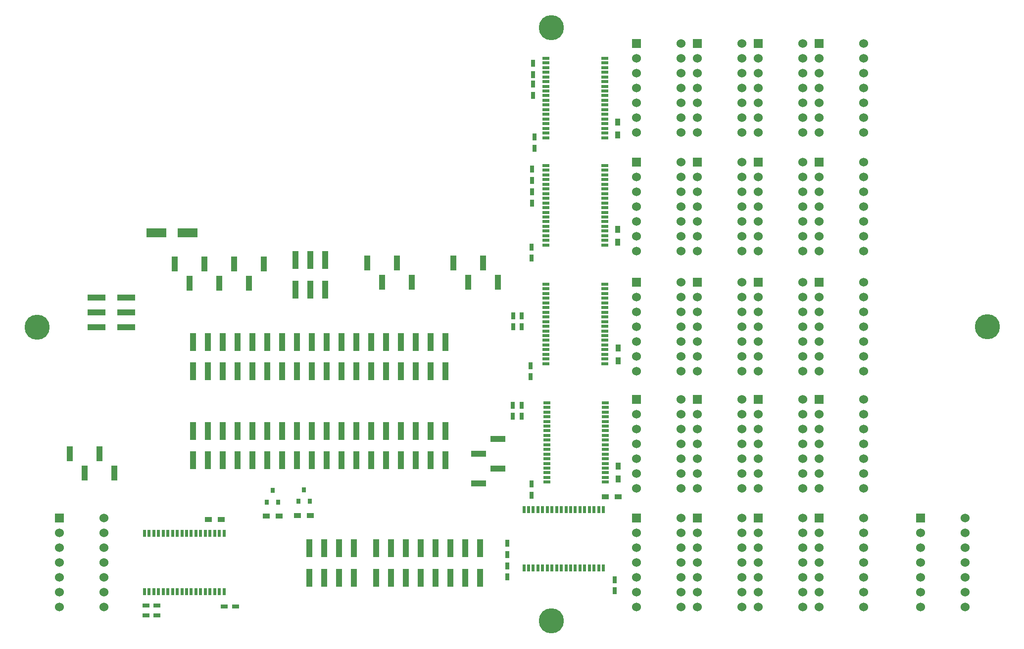
<source format=gbs>
G04 #@! TF.FileFunction,Soldermask,Bot*
%FSLAX46Y46*%
G04 Gerber Fmt 4.6, Leading zero omitted, Abs format (unit mm)*
G04 Created by KiCad (PCBNEW 4.0.7) date 01/05/18 00:11:09*
%MOMM*%
%LPD*%
G01*
G04 APERTURE LIST*
%ADD10C,0.100000*%
%ADD11R,1.000000X3.150000*%
%ADD12R,0.900000X1.200000*%
%ADD13C,4.300000*%
%ADD14R,1.524000X1.524000*%
%ADD15C,1.524000*%
%ADD16R,1.250000X0.600000*%
%ADD17R,0.600000X1.250000*%
%ADD18R,1.000000X2.510000*%
%ADD19R,3.150000X1.000000*%
%ADD20R,1.200000X0.900000*%
%ADD21R,3.500000X1.600000*%
%ADD22R,0.750000X1.200000*%
%ADD23R,1.200000X0.750000*%
%ADD24R,0.800000X0.900000*%
%ADD25R,2.510000X1.000000*%
G04 APERTURE END LIST*
D10*
D11*
X92869000Y-96992000D03*
X92869000Y-102042000D03*
X95409000Y-96992000D03*
X95409000Y-102042000D03*
X97949000Y-96992000D03*
X97949000Y-102042000D03*
X100489000Y-96992000D03*
X100489000Y-102042000D03*
X103029000Y-96992000D03*
X103029000Y-102042000D03*
X105569000Y-96992000D03*
X105569000Y-102042000D03*
X108109000Y-96992000D03*
X108109000Y-102042000D03*
X110649000Y-96992000D03*
X110649000Y-102042000D03*
X113189000Y-96992000D03*
X113189000Y-102042000D03*
X115729000Y-96992000D03*
X115729000Y-102042000D03*
X118269000Y-96992000D03*
X118269000Y-102042000D03*
X120809000Y-96992000D03*
X120809000Y-102042000D03*
X123349000Y-96992000D03*
X123349000Y-102042000D03*
X125889000Y-96992000D03*
X125889000Y-102042000D03*
X128429000Y-96992000D03*
X128429000Y-102042000D03*
X130969000Y-96992000D03*
X130969000Y-102042000D03*
X133509000Y-96992000D03*
X133509000Y-102042000D03*
X136049000Y-96992000D03*
X136049000Y-102042000D03*
D12*
X165500000Y-59300000D03*
X165500000Y-61500000D03*
D13*
X228759000Y-94371000D03*
X154220000Y-144790000D03*
D14*
X168787000Y-45847000D03*
D15*
X168787000Y-48387000D03*
X168787000Y-50927000D03*
X168787000Y-53467000D03*
X168787000Y-56007000D03*
X168787000Y-58547000D03*
X168787000Y-61087000D03*
X176407000Y-45847000D03*
X176407000Y-48387000D03*
X176407000Y-50927000D03*
X176407000Y-53467000D03*
X176407000Y-56007000D03*
X176407000Y-58547000D03*
X176407000Y-61087000D03*
D14*
X179201000Y-45847000D03*
D15*
X179201000Y-48387000D03*
X179201000Y-50927000D03*
X179201000Y-53467000D03*
X179201000Y-56007000D03*
X179201000Y-58547000D03*
X179201000Y-61087000D03*
X186821000Y-45847000D03*
X186821000Y-48387000D03*
X186821000Y-50927000D03*
X186821000Y-53467000D03*
X186821000Y-56007000D03*
X186821000Y-58547000D03*
X186821000Y-61087000D03*
D14*
X189615000Y-45847000D03*
D15*
X189615000Y-48387000D03*
X189615000Y-50927000D03*
X189615000Y-53467000D03*
X189615000Y-56007000D03*
X189615000Y-58547000D03*
X189615000Y-61087000D03*
X197235000Y-45847000D03*
X197235000Y-48387000D03*
X197235000Y-50927000D03*
X197235000Y-53467000D03*
X197235000Y-56007000D03*
X197235000Y-58547000D03*
X197235000Y-61087000D03*
D14*
X200029000Y-45847000D03*
D15*
X200029000Y-48387000D03*
X200029000Y-50927000D03*
X200029000Y-53467000D03*
X200029000Y-56007000D03*
X200029000Y-58547000D03*
X200029000Y-61087000D03*
X207649000Y-45847000D03*
X207649000Y-48387000D03*
X207649000Y-50927000D03*
X207649000Y-53467000D03*
X207649000Y-56007000D03*
X207649000Y-58547000D03*
X207649000Y-61087000D03*
D14*
X168787000Y-66167000D03*
D15*
X168787000Y-68707000D03*
X168787000Y-71247000D03*
X168787000Y-73787000D03*
X168787000Y-76327000D03*
X168787000Y-78867000D03*
X168787000Y-81407000D03*
X176407000Y-66167000D03*
X176407000Y-68707000D03*
X176407000Y-71247000D03*
X176407000Y-73787000D03*
X176407000Y-76327000D03*
X176407000Y-78867000D03*
X176407000Y-81407000D03*
D14*
X179201000Y-66167000D03*
D15*
X179201000Y-68707000D03*
X179201000Y-71247000D03*
X179201000Y-73787000D03*
X179201000Y-76327000D03*
X179201000Y-78867000D03*
X179201000Y-81407000D03*
X186821000Y-66167000D03*
X186821000Y-68707000D03*
X186821000Y-71247000D03*
X186821000Y-73787000D03*
X186821000Y-76327000D03*
X186821000Y-78867000D03*
X186821000Y-81407000D03*
D14*
X189615000Y-66167000D03*
D15*
X189615000Y-68707000D03*
X189615000Y-71247000D03*
X189615000Y-73787000D03*
X189615000Y-76327000D03*
X189615000Y-78867000D03*
X189615000Y-81407000D03*
X197235000Y-66167000D03*
X197235000Y-68707000D03*
X197235000Y-71247000D03*
X197235000Y-73787000D03*
X197235000Y-76327000D03*
X197235000Y-78867000D03*
X197235000Y-81407000D03*
D14*
X200029000Y-66167000D03*
D15*
X200029000Y-68707000D03*
X200029000Y-71247000D03*
X200029000Y-73787000D03*
X200029000Y-76327000D03*
X200029000Y-78867000D03*
X200029000Y-81407000D03*
X207649000Y-66167000D03*
X207649000Y-68707000D03*
X207649000Y-71247000D03*
X207649000Y-73787000D03*
X207649000Y-76327000D03*
X207649000Y-78867000D03*
X207649000Y-81407000D03*
D14*
X168787000Y-86741000D03*
D15*
X168787000Y-89281000D03*
X168787000Y-91821000D03*
X168787000Y-94361000D03*
X168787000Y-96901000D03*
X168787000Y-99441000D03*
X168787000Y-101981000D03*
X176407000Y-86741000D03*
X176407000Y-89281000D03*
X176407000Y-91821000D03*
X176407000Y-94361000D03*
X176407000Y-96901000D03*
X176407000Y-99441000D03*
X176407000Y-101981000D03*
D14*
X179201000Y-86741000D03*
D15*
X179201000Y-89281000D03*
X179201000Y-91821000D03*
X179201000Y-94361000D03*
X179201000Y-96901000D03*
X179201000Y-99441000D03*
X179201000Y-101981000D03*
X186821000Y-86741000D03*
X186821000Y-89281000D03*
X186821000Y-91821000D03*
X186821000Y-94361000D03*
X186821000Y-96901000D03*
X186821000Y-99441000D03*
X186821000Y-101981000D03*
D14*
X189615000Y-86741000D03*
D15*
X189615000Y-89281000D03*
X189615000Y-91821000D03*
X189615000Y-94361000D03*
X189615000Y-96901000D03*
X189615000Y-99441000D03*
X189615000Y-101981000D03*
X197235000Y-86741000D03*
X197235000Y-89281000D03*
X197235000Y-91821000D03*
X197235000Y-94361000D03*
X197235000Y-96901000D03*
X197235000Y-99441000D03*
X197235000Y-101981000D03*
D14*
X200029000Y-86741000D03*
D15*
X200029000Y-89281000D03*
X200029000Y-91821000D03*
X200029000Y-94361000D03*
X200029000Y-96901000D03*
X200029000Y-99441000D03*
X200029000Y-101981000D03*
X207649000Y-86741000D03*
X207649000Y-89281000D03*
X207649000Y-91821000D03*
X207649000Y-94361000D03*
X207649000Y-96901000D03*
X207649000Y-99441000D03*
X207649000Y-101981000D03*
D14*
X168787000Y-106807000D03*
D15*
X168787000Y-109347000D03*
X168787000Y-111887000D03*
X168787000Y-114427000D03*
X168787000Y-116967000D03*
X168787000Y-119507000D03*
X168787000Y-122047000D03*
X176407000Y-106807000D03*
X176407000Y-109347000D03*
X176407000Y-111887000D03*
X176407000Y-114427000D03*
X176407000Y-116967000D03*
X176407000Y-119507000D03*
X176407000Y-122047000D03*
D14*
X179201000Y-106807000D03*
D15*
X179201000Y-109347000D03*
X179201000Y-111887000D03*
X179201000Y-114427000D03*
X179201000Y-116967000D03*
X179201000Y-119507000D03*
X179201000Y-122047000D03*
X186821000Y-106807000D03*
X186821000Y-109347000D03*
X186821000Y-111887000D03*
X186821000Y-114427000D03*
X186821000Y-116967000D03*
X186821000Y-119507000D03*
X186821000Y-122047000D03*
D14*
X189615000Y-106807000D03*
D15*
X189615000Y-109347000D03*
X189615000Y-111887000D03*
X189615000Y-114427000D03*
X189615000Y-116967000D03*
X189615000Y-119507000D03*
X189615000Y-122047000D03*
X197235000Y-106807000D03*
X197235000Y-109347000D03*
X197235000Y-111887000D03*
X197235000Y-114427000D03*
X197235000Y-116967000D03*
X197235000Y-119507000D03*
X197235000Y-122047000D03*
D14*
X200029000Y-106807000D03*
D15*
X200029000Y-109347000D03*
X200029000Y-111887000D03*
X200029000Y-114427000D03*
X200029000Y-116967000D03*
X200029000Y-119507000D03*
X200029000Y-122047000D03*
X207649000Y-106807000D03*
X207649000Y-109347000D03*
X207649000Y-111887000D03*
X207649000Y-114427000D03*
X207649000Y-116967000D03*
X207649000Y-119507000D03*
X207649000Y-122047000D03*
D14*
X168787000Y-127127000D03*
D15*
X168787000Y-129667000D03*
X168787000Y-132207000D03*
X168787000Y-134747000D03*
X168787000Y-137287000D03*
X168787000Y-139827000D03*
X168787000Y-142367000D03*
X176407000Y-127127000D03*
X176407000Y-129667000D03*
X176407000Y-132207000D03*
X176407000Y-134747000D03*
X176407000Y-137287000D03*
X176407000Y-139827000D03*
X176407000Y-142367000D03*
D14*
X179201000Y-127127000D03*
D15*
X179201000Y-129667000D03*
X179201000Y-132207000D03*
X179201000Y-134747000D03*
X179201000Y-137287000D03*
X179201000Y-139827000D03*
X179201000Y-142367000D03*
X186821000Y-127127000D03*
X186821000Y-129667000D03*
X186821000Y-132207000D03*
X186821000Y-134747000D03*
X186821000Y-137287000D03*
X186821000Y-139827000D03*
X186821000Y-142367000D03*
D14*
X189615000Y-127127000D03*
D15*
X189615000Y-129667000D03*
X189615000Y-132207000D03*
X189615000Y-134747000D03*
X189615000Y-137287000D03*
X189615000Y-139827000D03*
X189615000Y-142367000D03*
X197235000Y-127127000D03*
X197235000Y-129667000D03*
X197235000Y-132207000D03*
X197235000Y-134747000D03*
X197235000Y-137287000D03*
X197235000Y-139827000D03*
X197235000Y-142367000D03*
D14*
X200029000Y-127127000D03*
D15*
X200029000Y-129667000D03*
X200029000Y-132207000D03*
X200029000Y-134747000D03*
X200029000Y-137287000D03*
X200029000Y-139827000D03*
X200029000Y-142367000D03*
X207649000Y-127127000D03*
X207649000Y-129667000D03*
X207649000Y-132207000D03*
X207649000Y-134747000D03*
X207649000Y-137287000D03*
X207649000Y-139827000D03*
X207649000Y-142367000D03*
D14*
X70009000Y-127127000D03*
D15*
X70009000Y-129667000D03*
X70009000Y-132207000D03*
X70009000Y-134747000D03*
X70009000Y-137287000D03*
X70009000Y-139827000D03*
X70009000Y-142367000D03*
X77629000Y-127127000D03*
X77629000Y-129667000D03*
X77629000Y-132207000D03*
X77629000Y-134747000D03*
X77629000Y-137287000D03*
X77629000Y-139827000D03*
X77629000Y-142367000D03*
D14*
X217329000Y-127127000D03*
D15*
X217329000Y-129667000D03*
X217329000Y-132207000D03*
X217329000Y-134747000D03*
X217329000Y-137287000D03*
X217329000Y-139827000D03*
X217329000Y-142367000D03*
X224949000Y-127127000D03*
X224949000Y-129667000D03*
X224949000Y-132207000D03*
X224949000Y-134747000D03*
X224949000Y-137287000D03*
X224949000Y-139827000D03*
X224949000Y-142367000D03*
D16*
X163299000Y-62001000D03*
X163299000Y-61201000D03*
X163299000Y-60401000D03*
X163299000Y-59601000D03*
X163299000Y-58801000D03*
X163299000Y-58001000D03*
X163299000Y-57201000D03*
X163299000Y-56401000D03*
X163299000Y-55601000D03*
X163299000Y-54801000D03*
X163299000Y-54001000D03*
X163299000Y-53201000D03*
X163299000Y-52401000D03*
X163299000Y-51601000D03*
X163299000Y-50801000D03*
X163299000Y-50001000D03*
X163299000Y-49201000D03*
X163299000Y-48401000D03*
X163299000Y-48401000D03*
X163299000Y-49201000D03*
X163299000Y-50001000D03*
X163299000Y-50801000D03*
X163299000Y-51601000D03*
X163299000Y-52401000D03*
X163299000Y-53201000D03*
X163299000Y-54001000D03*
X163299000Y-54801000D03*
X163299000Y-55601000D03*
X163299000Y-56401000D03*
X163299000Y-57201000D03*
X163299000Y-58001000D03*
X163299000Y-58801000D03*
X163299000Y-59601000D03*
X163299000Y-60401000D03*
X163299000Y-61201000D03*
X163299000Y-62001000D03*
X163299000Y-62001000D03*
X163299000Y-61201000D03*
X163299000Y-60401000D03*
X163299000Y-59601000D03*
X163299000Y-58801000D03*
X163299000Y-58001000D03*
X163299000Y-57201000D03*
X163299000Y-56401000D03*
X163299000Y-55601000D03*
X163299000Y-54801000D03*
X163299000Y-54001000D03*
X163299000Y-53201000D03*
X163299000Y-52401000D03*
X163299000Y-51601000D03*
X163299000Y-50801000D03*
X163299000Y-50001000D03*
X163299000Y-49201000D03*
X163299000Y-48401000D03*
X163299000Y-48401000D03*
X163299000Y-49201000D03*
X163299000Y-50001000D03*
X163299000Y-50801000D03*
X163299000Y-51601000D03*
X163299000Y-52401000D03*
X163299000Y-53201000D03*
X163299000Y-54001000D03*
X163299000Y-54801000D03*
X163299000Y-55601000D03*
X163299000Y-56401000D03*
X163299000Y-57201000D03*
X163299000Y-58001000D03*
X163299000Y-58801000D03*
X163299000Y-59601000D03*
X163299000Y-60401000D03*
X163299000Y-61201000D03*
X163299000Y-62001000D03*
X163299000Y-62001000D03*
X163299000Y-61201000D03*
X163299000Y-60401000D03*
X163299000Y-59601000D03*
X163299000Y-58801000D03*
X163299000Y-58001000D03*
X163299000Y-57201000D03*
X163299000Y-56401000D03*
X163299000Y-55601000D03*
X163299000Y-54801000D03*
X163299000Y-54001000D03*
X163299000Y-53201000D03*
X163299000Y-52401000D03*
X163299000Y-51601000D03*
X163299000Y-50801000D03*
X163299000Y-50001000D03*
X163299000Y-49201000D03*
X163299000Y-48401000D03*
X163299000Y-48401000D03*
X163299000Y-49201000D03*
X163299000Y-50001000D03*
X163299000Y-50801000D03*
X163299000Y-51601000D03*
X163299000Y-52401000D03*
X163299000Y-53201000D03*
X163299000Y-54001000D03*
X163299000Y-54801000D03*
X163299000Y-55601000D03*
X163299000Y-56401000D03*
X163299000Y-57201000D03*
X163299000Y-58001000D03*
X163299000Y-58801000D03*
X163299000Y-59601000D03*
X163299000Y-60401000D03*
X163299000Y-61201000D03*
X163299000Y-62001000D03*
X163299000Y-62001000D03*
X163299000Y-61201000D03*
X163299000Y-60401000D03*
X163299000Y-59601000D03*
X163299000Y-58801000D03*
X163299000Y-58001000D03*
X163299000Y-57201000D03*
X163299000Y-56401000D03*
X163299000Y-55601000D03*
X163299000Y-54801000D03*
X163299000Y-54001000D03*
X163299000Y-53201000D03*
X163299000Y-52401000D03*
X163299000Y-51601000D03*
X163299000Y-50801000D03*
X163299000Y-50001000D03*
X163299000Y-49201000D03*
X163299000Y-48401000D03*
X163299000Y-48401000D03*
X163299000Y-49201000D03*
X163299000Y-50001000D03*
X163299000Y-50801000D03*
X163299000Y-51601000D03*
X163299000Y-52401000D03*
X163299000Y-53201000D03*
X163299000Y-54001000D03*
X163299000Y-54801000D03*
X163299000Y-55601000D03*
X163299000Y-56401000D03*
X163299000Y-57201000D03*
X163299000Y-58001000D03*
X163299000Y-58801000D03*
X163299000Y-59601000D03*
X163299000Y-60401000D03*
X163299000Y-61201000D03*
X163299000Y-62001000D03*
X153299000Y-62001000D03*
X153299000Y-61201000D03*
X153299000Y-60401000D03*
X153299000Y-59601000D03*
X153299000Y-58801000D03*
X153299000Y-58001000D03*
X153299000Y-57201000D03*
X153299000Y-56401000D03*
X153299000Y-55601000D03*
X153299000Y-54801000D03*
X153299000Y-54001000D03*
X153299000Y-53201000D03*
X153299000Y-52401000D03*
X153299000Y-51601000D03*
X153299000Y-50801000D03*
X153299000Y-50001000D03*
X153299000Y-49201000D03*
X153299000Y-48401000D03*
X163299000Y-80387000D03*
X163299000Y-79587000D03*
X163299000Y-78787000D03*
X163299000Y-77987000D03*
X163299000Y-77187000D03*
X163299000Y-76387000D03*
X163299000Y-75587000D03*
X163299000Y-74787000D03*
X163299000Y-73987000D03*
X163299000Y-73187000D03*
X163299000Y-72387000D03*
X163299000Y-71587000D03*
X163299000Y-70787000D03*
X163299000Y-69987000D03*
X163299000Y-69187000D03*
X163299000Y-68387000D03*
X163299000Y-67587000D03*
X163299000Y-66787000D03*
X163299000Y-66787000D03*
X163299000Y-67587000D03*
X163299000Y-68387000D03*
X163299000Y-69187000D03*
X163299000Y-69987000D03*
X163299000Y-70787000D03*
X163299000Y-71587000D03*
X163299000Y-72387000D03*
X163299000Y-73187000D03*
X163299000Y-73987000D03*
X163299000Y-74787000D03*
X163299000Y-75587000D03*
X163299000Y-76387000D03*
X163299000Y-77187000D03*
X163299000Y-77987000D03*
X163299000Y-78787000D03*
X163299000Y-79587000D03*
X163299000Y-80387000D03*
X163299000Y-80387000D03*
X163299000Y-79587000D03*
X163299000Y-78787000D03*
X163299000Y-77987000D03*
X163299000Y-77187000D03*
X163299000Y-76387000D03*
X163299000Y-75587000D03*
X163299000Y-74787000D03*
X163299000Y-73987000D03*
X163299000Y-73187000D03*
X163299000Y-72387000D03*
X163299000Y-71587000D03*
X163299000Y-70787000D03*
X163299000Y-69987000D03*
X163299000Y-69187000D03*
X163299000Y-68387000D03*
X163299000Y-67587000D03*
X163299000Y-66787000D03*
X163299000Y-66787000D03*
X163299000Y-67587000D03*
X163299000Y-68387000D03*
X163299000Y-69187000D03*
X163299000Y-69987000D03*
X163299000Y-70787000D03*
X163299000Y-71587000D03*
X163299000Y-72387000D03*
X163299000Y-73187000D03*
X163299000Y-73987000D03*
X163299000Y-74787000D03*
X163299000Y-75587000D03*
X163299000Y-76387000D03*
X163299000Y-77187000D03*
X163299000Y-77987000D03*
X163299000Y-78787000D03*
X163299000Y-79587000D03*
X163299000Y-80387000D03*
X163299000Y-80387000D03*
X163299000Y-79587000D03*
X163299000Y-78787000D03*
X163299000Y-77987000D03*
X163299000Y-77187000D03*
X163299000Y-76387000D03*
X163299000Y-75587000D03*
X163299000Y-74787000D03*
X163299000Y-73987000D03*
X163299000Y-73187000D03*
X163299000Y-72387000D03*
X163299000Y-71587000D03*
X163299000Y-70787000D03*
X163299000Y-69987000D03*
X163299000Y-69187000D03*
X163299000Y-68387000D03*
X163299000Y-67587000D03*
X163299000Y-66787000D03*
X163299000Y-66787000D03*
X163299000Y-67587000D03*
X163299000Y-68387000D03*
X163299000Y-69187000D03*
X163299000Y-69987000D03*
X163299000Y-70787000D03*
X163299000Y-71587000D03*
X163299000Y-72387000D03*
X163299000Y-73187000D03*
X163299000Y-73987000D03*
X163299000Y-74787000D03*
X163299000Y-75587000D03*
X163299000Y-76387000D03*
X163299000Y-77187000D03*
X163299000Y-77987000D03*
X163299000Y-78787000D03*
X163299000Y-79587000D03*
X163299000Y-80387000D03*
X163299000Y-80387000D03*
X163299000Y-79587000D03*
X163299000Y-78787000D03*
X163299000Y-77987000D03*
X163299000Y-77187000D03*
X163299000Y-76387000D03*
X163299000Y-75587000D03*
X163299000Y-74787000D03*
X163299000Y-73987000D03*
X163299000Y-73187000D03*
X163299000Y-72387000D03*
X163299000Y-71587000D03*
X163299000Y-70787000D03*
X163299000Y-69987000D03*
X163299000Y-69187000D03*
X163299000Y-68387000D03*
X163299000Y-67587000D03*
X163299000Y-66787000D03*
X163299000Y-66787000D03*
X163299000Y-67587000D03*
X163299000Y-68387000D03*
X163299000Y-69187000D03*
X163299000Y-69987000D03*
X163299000Y-70787000D03*
X163299000Y-71587000D03*
X163299000Y-72387000D03*
X163299000Y-73187000D03*
X163299000Y-73987000D03*
X163299000Y-74787000D03*
X163299000Y-75587000D03*
X163299000Y-76387000D03*
X163299000Y-77187000D03*
X163299000Y-77987000D03*
X163299000Y-78787000D03*
X163299000Y-79587000D03*
X163299000Y-80387000D03*
X153299000Y-80387000D03*
X153299000Y-79587000D03*
X153299000Y-78787000D03*
X153299000Y-77987000D03*
X153299000Y-77187000D03*
X153299000Y-76387000D03*
X153299000Y-75587000D03*
X153299000Y-74787000D03*
X153299000Y-73987000D03*
X153299000Y-73187000D03*
X153299000Y-72387000D03*
X153299000Y-71587000D03*
X153299000Y-70787000D03*
X153299000Y-69987000D03*
X153299000Y-69187000D03*
X153299000Y-68387000D03*
X153299000Y-67587000D03*
X153299000Y-66787000D03*
X163299000Y-100707000D03*
X163299000Y-99907000D03*
X163299000Y-99107000D03*
X163299000Y-98307000D03*
X163299000Y-97507000D03*
X163299000Y-96707000D03*
X163299000Y-95907000D03*
X163299000Y-95107000D03*
X163299000Y-94307000D03*
X163299000Y-93507000D03*
X163299000Y-92707000D03*
X163299000Y-91907000D03*
X163299000Y-91107000D03*
X163299000Y-90307000D03*
X163299000Y-89507000D03*
X163299000Y-88707000D03*
X163299000Y-87907000D03*
X163299000Y-87107000D03*
X163299000Y-87107000D03*
X163299000Y-87907000D03*
X163299000Y-88707000D03*
X163299000Y-89507000D03*
X163299000Y-90307000D03*
X163299000Y-91107000D03*
X163299000Y-91907000D03*
X163299000Y-92707000D03*
X163299000Y-93507000D03*
X163299000Y-94307000D03*
X163299000Y-95107000D03*
X163299000Y-95907000D03*
X163299000Y-96707000D03*
X163299000Y-97507000D03*
X163299000Y-98307000D03*
X163299000Y-99107000D03*
X163299000Y-99907000D03*
X163299000Y-100707000D03*
X163299000Y-100707000D03*
X163299000Y-99907000D03*
X163299000Y-99107000D03*
X163299000Y-98307000D03*
X163299000Y-97507000D03*
X163299000Y-96707000D03*
X163299000Y-95907000D03*
X163299000Y-95107000D03*
X163299000Y-94307000D03*
X163299000Y-93507000D03*
X163299000Y-92707000D03*
X163299000Y-91907000D03*
X163299000Y-91107000D03*
X163299000Y-90307000D03*
X163299000Y-89507000D03*
X163299000Y-88707000D03*
X163299000Y-87907000D03*
X163299000Y-87107000D03*
X163299000Y-87107000D03*
X163299000Y-87907000D03*
X163299000Y-88707000D03*
X163299000Y-89507000D03*
X163299000Y-90307000D03*
X163299000Y-91107000D03*
X163299000Y-91907000D03*
X163299000Y-92707000D03*
X163299000Y-93507000D03*
X163299000Y-94307000D03*
X163299000Y-95107000D03*
X163299000Y-95907000D03*
X163299000Y-96707000D03*
X163299000Y-97507000D03*
X163299000Y-98307000D03*
X163299000Y-99107000D03*
X163299000Y-99907000D03*
X163299000Y-100707000D03*
X163299000Y-100707000D03*
X163299000Y-99907000D03*
X163299000Y-99107000D03*
X163299000Y-98307000D03*
X163299000Y-97507000D03*
X163299000Y-96707000D03*
X163299000Y-95907000D03*
X163299000Y-95107000D03*
X163299000Y-94307000D03*
X163299000Y-93507000D03*
X163299000Y-92707000D03*
X163299000Y-91907000D03*
X163299000Y-91107000D03*
X163299000Y-90307000D03*
X163299000Y-89507000D03*
X163299000Y-88707000D03*
X163299000Y-87907000D03*
X163299000Y-87107000D03*
X163299000Y-87107000D03*
X163299000Y-87907000D03*
X163299000Y-88707000D03*
X163299000Y-89507000D03*
X163299000Y-90307000D03*
X163299000Y-91107000D03*
X163299000Y-91907000D03*
X163299000Y-92707000D03*
X163299000Y-93507000D03*
X163299000Y-94307000D03*
X163299000Y-95107000D03*
X163299000Y-95907000D03*
X163299000Y-96707000D03*
X163299000Y-97507000D03*
X163299000Y-98307000D03*
X163299000Y-99107000D03*
X163299000Y-99907000D03*
X163299000Y-100707000D03*
X163299000Y-100707000D03*
X163299000Y-99907000D03*
X163299000Y-99107000D03*
X163299000Y-98307000D03*
X163299000Y-97507000D03*
X163299000Y-96707000D03*
X163299000Y-95907000D03*
X163299000Y-95107000D03*
X163299000Y-94307000D03*
X163299000Y-93507000D03*
X163299000Y-92707000D03*
X163299000Y-91907000D03*
X163299000Y-91107000D03*
X163299000Y-90307000D03*
X163299000Y-89507000D03*
X163299000Y-88707000D03*
X163299000Y-87907000D03*
X163299000Y-87107000D03*
X163299000Y-87107000D03*
X163299000Y-87907000D03*
X163299000Y-88707000D03*
X163299000Y-89507000D03*
X163299000Y-90307000D03*
X163299000Y-91107000D03*
X163299000Y-91907000D03*
X163299000Y-92707000D03*
X163299000Y-93507000D03*
X163299000Y-94307000D03*
X163299000Y-95107000D03*
X163299000Y-95907000D03*
X163299000Y-96707000D03*
X163299000Y-97507000D03*
X163299000Y-98307000D03*
X163299000Y-99107000D03*
X163299000Y-99907000D03*
X163299000Y-100707000D03*
X153299000Y-100707000D03*
X153299000Y-99907000D03*
X153299000Y-99107000D03*
X153299000Y-98307000D03*
X153299000Y-97507000D03*
X153299000Y-96707000D03*
X153299000Y-95907000D03*
X153299000Y-95107000D03*
X153299000Y-94307000D03*
X153299000Y-93507000D03*
X153299000Y-92707000D03*
X153299000Y-91907000D03*
X153299000Y-91107000D03*
X153299000Y-90307000D03*
X153299000Y-89507000D03*
X153299000Y-88707000D03*
X153299000Y-87907000D03*
X153299000Y-87107000D03*
X163400000Y-121000000D03*
X163400000Y-120200000D03*
X163400000Y-119400000D03*
X163400000Y-118600000D03*
X163400000Y-117800000D03*
X163400000Y-117000000D03*
X163400000Y-116200000D03*
X163400000Y-115400000D03*
X163400000Y-114600000D03*
X163400000Y-113800000D03*
X163400000Y-113000000D03*
X163400000Y-112200000D03*
X163400000Y-111400000D03*
X163400000Y-110600000D03*
X163400000Y-109800000D03*
X163400000Y-109000000D03*
X163400000Y-108200000D03*
X163400000Y-107400000D03*
X163400000Y-107400000D03*
X163400000Y-108200000D03*
X163400000Y-109000000D03*
X163400000Y-109800000D03*
X163400000Y-110600000D03*
X163400000Y-111400000D03*
X163400000Y-112200000D03*
X163400000Y-113000000D03*
X163400000Y-113800000D03*
X163400000Y-114600000D03*
X163400000Y-115400000D03*
X163400000Y-116200000D03*
X163400000Y-117000000D03*
X163400000Y-117800000D03*
X163400000Y-118600000D03*
X163400000Y-119400000D03*
X163400000Y-120200000D03*
X163400000Y-121000000D03*
X163400000Y-121000000D03*
X163400000Y-120200000D03*
X163400000Y-119400000D03*
X163400000Y-118600000D03*
X163400000Y-117800000D03*
X163400000Y-117000000D03*
X163400000Y-116200000D03*
X163400000Y-115400000D03*
X163400000Y-114600000D03*
X163400000Y-113800000D03*
X163400000Y-113000000D03*
X163400000Y-112200000D03*
X163400000Y-111400000D03*
X163400000Y-110600000D03*
X163400000Y-109800000D03*
X163400000Y-109000000D03*
X163400000Y-108200000D03*
X163400000Y-107400000D03*
X163400000Y-107400000D03*
X163400000Y-108200000D03*
X163400000Y-109000000D03*
X163400000Y-109800000D03*
X163400000Y-110600000D03*
X163400000Y-111400000D03*
X163400000Y-112200000D03*
X163400000Y-113000000D03*
X163400000Y-113800000D03*
X163400000Y-114600000D03*
X163400000Y-115400000D03*
X163400000Y-116200000D03*
X163400000Y-117000000D03*
X163400000Y-117800000D03*
X163400000Y-118600000D03*
X163400000Y-119400000D03*
X163400000Y-120200000D03*
X163400000Y-121000000D03*
X163400000Y-121000000D03*
X163400000Y-120200000D03*
X163400000Y-119400000D03*
X163400000Y-118600000D03*
X163400000Y-117800000D03*
X163400000Y-117000000D03*
X163400000Y-116200000D03*
X163400000Y-115400000D03*
X163400000Y-114600000D03*
X163400000Y-113800000D03*
X163400000Y-113000000D03*
X163400000Y-112200000D03*
X163400000Y-111400000D03*
X163400000Y-110600000D03*
X163400000Y-109800000D03*
X163400000Y-109000000D03*
X163400000Y-108200000D03*
X163400000Y-107400000D03*
X163400000Y-107400000D03*
X163400000Y-108200000D03*
X163400000Y-109000000D03*
X163400000Y-109800000D03*
X163400000Y-110600000D03*
X163400000Y-111400000D03*
X163400000Y-112200000D03*
X163400000Y-113000000D03*
X163400000Y-113800000D03*
X163400000Y-114600000D03*
X163400000Y-115400000D03*
X163400000Y-116200000D03*
X163400000Y-117000000D03*
X163400000Y-117800000D03*
X163400000Y-118600000D03*
X163400000Y-119400000D03*
X163400000Y-120200000D03*
X163400000Y-121000000D03*
X163400000Y-121000000D03*
X163400000Y-120200000D03*
X163400000Y-119400000D03*
X163400000Y-118600000D03*
X163400000Y-117800000D03*
X163400000Y-117000000D03*
X163400000Y-116200000D03*
X163400000Y-115400000D03*
X163400000Y-114600000D03*
X163400000Y-113800000D03*
X163400000Y-113000000D03*
X163400000Y-112200000D03*
X163400000Y-111400000D03*
X163400000Y-110600000D03*
X163400000Y-109800000D03*
X163400000Y-109000000D03*
X163400000Y-108200000D03*
X163400000Y-107400000D03*
X163400000Y-107400000D03*
X163400000Y-108200000D03*
X163400000Y-109000000D03*
X163400000Y-109800000D03*
X163400000Y-110600000D03*
X163400000Y-111400000D03*
X163400000Y-112200000D03*
X163400000Y-113000000D03*
X163400000Y-113800000D03*
X163400000Y-114600000D03*
X163400000Y-115400000D03*
X163400000Y-116200000D03*
X163400000Y-117000000D03*
X163400000Y-117800000D03*
X163400000Y-118600000D03*
X163400000Y-119400000D03*
X163400000Y-120200000D03*
X163400000Y-121000000D03*
X153400000Y-121000000D03*
X153400000Y-120200000D03*
X153400000Y-119400000D03*
X153400000Y-118600000D03*
X153400000Y-117800000D03*
X153400000Y-117000000D03*
X153400000Y-116200000D03*
X153400000Y-115400000D03*
X153400000Y-114600000D03*
X153400000Y-113800000D03*
X153400000Y-113000000D03*
X153400000Y-112200000D03*
X153400000Y-111400000D03*
X153400000Y-110600000D03*
X153400000Y-109800000D03*
X153400000Y-109000000D03*
X153400000Y-108200000D03*
X153400000Y-107400000D03*
D17*
X163100000Y-125700000D03*
X162300000Y-125700000D03*
X161500000Y-125700000D03*
X160700000Y-125700000D03*
X159900000Y-125700000D03*
X159100000Y-125700000D03*
X158300000Y-125700000D03*
X157500000Y-125700000D03*
X156700000Y-125700000D03*
X155900000Y-125700000D03*
X155100000Y-125700000D03*
X154300000Y-125700000D03*
X153500000Y-125700000D03*
X152700000Y-125700000D03*
X151900000Y-125700000D03*
X151100000Y-125700000D03*
X150300000Y-125700000D03*
X149500000Y-125700000D03*
X149500000Y-125700000D03*
X150300000Y-125700000D03*
X151100000Y-125700000D03*
X151900000Y-125700000D03*
X152700000Y-125700000D03*
X153500000Y-125700000D03*
X154300000Y-125700000D03*
X155100000Y-125700000D03*
X155900000Y-125700000D03*
X156700000Y-125700000D03*
X157500000Y-125700000D03*
X158300000Y-125700000D03*
X159100000Y-125700000D03*
X159900000Y-125700000D03*
X160700000Y-125700000D03*
X161500000Y-125700000D03*
X162300000Y-125700000D03*
X163100000Y-125700000D03*
X163100000Y-125700000D03*
X162300000Y-125700000D03*
X161500000Y-125700000D03*
X160700000Y-125700000D03*
X159900000Y-125700000D03*
X159100000Y-125700000D03*
X158300000Y-125700000D03*
X157500000Y-125700000D03*
X156700000Y-125700000D03*
X155900000Y-125700000D03*
X155100000Y-125700000D03*
X154300000Y-125700000D03*
X153500000Y-125700000D03*
X152700000Y-125700000D03*
X151900000Y-125700000D03*
X151100000Y-125700000D03*
X150300000Y-125700000D03*
X149500000Y-125700000D03*
X149500000Y-125700000D03*
X150300000Y-125700000D03*
X151100000Y-125700000D03*
X151900000Y-125700000D03*
X152700000Y-125700000D03*
X153500000Y-125700000D03*
X154300000Y-125700000D03*
X155100000Y-125700000D03*
X155900000Y-125700000D03*
X156700000Y-125700000D03*
X157500000Y-125700000D03*
X158300000Y-125700000D03*
X159100000Y-125700000D03*
X159900000Y-125700000D03*
X160700000Y-125700000D03*
X161500000Y-125700000D03*
X162300000Y-125700000D03*
X163100000Y-125700000D03*
X163100000Y-125700000D03*
X162300000Y-125700000D03*
X161500000Y-125700000D03*
X160700000Y-125700000D03*
X159900000Y-125700000D03*
X159100000Y-125700000D03*
X158300000Y-125700000D03*
X157500000Y-125700000D03*
X156700000Y-125700000D03*
X155900000Y-125700000D03*
X155100000Y-125700000D03*
X154300000Y-125700000D03*
X153500000Y-125700000D03*
X152700000Y-125700000D03*
X151900000Y-125700000D03*
X151100000Y-125700000D03*
X150300000Y-125700000D03*
X149500000Y-125700000D03*
X149500000Y-125700000D03*
X150300000Y-125700000D03*
X151100000Y-125700000D03*
X151900000Y-125700000D03*
X152700000Y-125700000D03*
X153500000Y-125700000D03*
X154300000Y-125700000D03*
X155100000Y-125700000D03*
X155900000Y-125700000D03*
X156700000Y-125700000D03*
X157500000Y-125700000D03*
X158300000Y-125700000D03*
X159100000Y-125700000D03*
X159900000Y-125700000D03*
X160700000Y-125700000D03*
X161500000Y-125700000D03*
X162300000Y-125700000D03*
X163100000Y-125700000D03*
X163100000Y-125700000D03*
X162300000Y-125700000D03*
X161500000Y-125700000D03*
X160700000Y-125700000D03*
X159900000Y-125700000D03*
X159100000Y-125700000D03*
X158300000Y-125700000D03*
X157500000Y-125700000D03*
X156700000Y-125700000D03*
X155900000Y-125700000D03*
X155100000Y-125700000D03*
X154300000Y-125700000D03*
X153500000Y-125700000D03*
X152700000Y-125700000D03*
X151900000Y-125700000D03*
X151100000Y-125700000D03*
X150300000Y-125700000D03*
X149500000Y-125700000D03*
X149500000Y-125700000D03*
X150300000Y-125700000D03*
X151100000Y-125700000D03*
X151900000Y-125700000D03*
X152700000Y-125700000D03*
X153500000Y-125700000D03*
X154300000Y-125700000D03*
X155100000Y-125700000D03*
X155900000Y-125700000D03*
X156700000Y-125700000D03*
X157500000Y-125700000D03*
X158300000Y-125700000D03*
X159100000Y-125700000D03*
X159900000Y-125700000D03*
X160700000Y-125700000D03*
X161500000Y-125700000D03*
X162300000Y-125700000D03*
X163100000Y-125700000D03*
X163100000Y-135700000D03*
X162300000Y-135700000D03*
X161500000Y-135700000D03*
X160700000Y-135700000D03*
X159900000Y-135700000D03*
X159100000Y-135700000D03*
X158300000Y-135700000D03*
X157500000Y-135700000D03*
X156700000Y-135700000D03*
X155900000Y-135700000D03*
X155100000Y-135700000D03*
X154300000Y-135700000D03*
X153500000Y-135700000D03*
X152700000Y-135700000D03*
X151900000Y-135700000D03*
X151100000Y-135700000D03*
X150300000Y-135700000D03*
X149500000Y-135700000D03*
X98200000Y-129800000D03*
X97400000Y-129800000D03*
X96600000Y-129800000D03*
X95800000Y-129800000D03*
X95000000Y-129800000D03*
X94200000Y-129800000D03*
X93400000Y-129800000D03*
X92600000Y-129800000D03*
X91800000Y-129800000D03*
X91000000Y-129800000D03*
X90200000Y-129800000D03*
X89400000Y-129800000D03*
X88600000Y-129800000D03*
X87800000Y-129800000D03*
X87000000Y-129800000D03*
X86200000Y-129800000D03*
X85400000Y-129800000D03*
X84600000Y-129800000D03*
X84600000Y-129800000D03*
X85400000Y-129800000D03*
X86200000Y-129800000D03*
X87000000Y-129800000D03*
X87800000Y-129800000D03*
X88600000Y-129800000D03*
X89400000Y-129800000D03*
X90200000Y-129800000D03*
X91000000Y-129800000D03*
X91800000Y-129800000D03*
X92600000Y-129800000D03*
X93400000Y-129800000D03*
X94200000Y-129800000D03*
X95000000Y-129800000D03*
X95800000Y-129800000D03*
X96600000Y-129800000D03*
X97400000Y-129800000D03*
X98200000Y-129800000D03*
X98200000Y-129800000D03*
X97400000Y-129800000D03*
X96600000Y-129800000D03*
X95800000Y-129800000D03*
X95000000Y-129800000D03*
X94200000Y-129800000D03*
X93400000Y-129800000D03*
X92600000Y-129800000D03*
X91800000Y-129800000D03*
X91000000Y-129800000D03*
X90200000Y-129800000D03*
X89400000Y-129800000D03*
X88600000Y-129800000D03*
X87800000Y-129800000D03*
X87000000Y-129800000D03*
X86200000Y-129800000D03*
X85400000Y-129800000D03*
X84600000Y-129800000D03*
X84600000Y-129800000D03*
X85400000Y-129800000D03*
X86200000Y-129800000D03*
X87000000Y-129800000D03*
X87800000Y-129800000D03*
X88600000Y-129800000D03*
X89400000Y-129800000D03*
X90200000Y-129800000D03*
X91000000Y-129800000D03*
X91800000Y-129800000D03*
X92600000Y-129800000D03*
X93400000Y-129800000D03*
X94200000Y-129800000D03*
X95000000Y-129800000D03*
X95800000Y-129800000D03*
X96600000Y-129800000D03*
X97400000Y-129800000D03*
X98200000Y-129800000D03*
X98200000Y-129800000D03*
X97400000Y-129800000D03*
X96600000Y-129800000D03*
X95800000Y-129800000D03*
X95000000Y-129800000D03*
X94200000Y-129800000D03*
X93400000Y-129800000D03*
X92600000Y-129800000D03*
X91800000Y-129800000D03*
X91000000Y-129800000D03*
X90200000Y-129800000D03*
X89400000Y-129800000D03*
X88600000Y-129800000D03*
X87800000Y-129800000D03*
X87000000Y-129800000D03*
X86200000Y-129800000D03*
X85400000Y-129800000D03*
X84600000Y-129800000D03*
X84600000Y-129800000D03*
X85400000Y-129800000D03*
X86200000Y-129800000D03*
X87000000Y-129800000D03*
X87800000Y-129800000D03*
X88600000Y-129800000D03*
X89400000Y-129800000D03*
X90200000Y-129800000D03*
X91000000Y-129800000D03*
X91800000Y-129800000D03*
X92600000Y-129800000D03*
X93400000Y-129800000D03*
X94200000Y-129800000D03*
X95000000Y-129800000D03*
X95800000Y-129800000D03*
X96600000Y-129800000D03*
X97400000Y-129800000D03*
X98200000Y-129800000D03*
X98200000Y-129800000D03*
X97400000Y-129800000D03*
X96600000Y-129800000D03*
X95800000Y-129800000D03*
X95000000Y-129800000D03*
X94200000Y-129800000D03*
X93400000Y-129800000D03*
X92600000Y-129800000D03*
X91800000Y-129800000D03*
X91000000Y-129800000D03*
X90200000Y-129800000D03*
X89400000Y-129800000D03*
X88600000Y-129800000D03*
X87800000Y-129800000D03*
X87000000Y-129800000D03*
X86200000Y-129800000D03*
X85400000Y-129800000D03*
X84600000Y-129800000D03*
X84600000Y-129800000D03*
X85400000Y-129800000D03*
X86200000Y-129800000D03*
X87000000Y-129800000D03*
X87800000Y-129800000D03*
X88600000Y-129800000D03*
X89400000Y-129800000D03*
X90200000Y-129800000D03*
X91000000Y-129800000D03*
X91800000Y-129800000D03*
X92600000Y-129800000D03*
X93400000Y-129800000D03*
X94200000Y-129800000D03*
X95000000Y-129800000D03*
X95800000Y-129800000D03*
X96600000Y-129800000D03*
X97400000Y-129800000D03*
X98200000Y-129800000D03*
X98200000Y-139800000D03*
X97400000Y-139800000D03*
X96600000Y-139800000D03*
X95800000Y-139800000D03*
X95000000Y-139800000D03*
X94200000Y-139800000D03*
X93400000Y-139800000D03*
X92600000Y-139800000D03*
X91800000Y-139800000D03*
X91000000Y-139800000D03*
X90200000Y-139800000D03*
X89400000Y-139800000D03*
X88600000Y-139800000D03*
X87800000Y-139800000D03*
X87000000Y-139800000D03*
X86200000Y-139800000D03*
X85400000Y-139800000D03*
X84600000Y-139800000D03*
D18*
X89780000Y-83645000D03*
X94860000Y-83645000D03*
X99940000Y-83645000D03*
X105020000Y-83645000D03*
X92320000Y-86955000D03*
X97400000Y-86955000D03*
X102480000Y-86955000D03*
D19*
X76375000Y-94440000D03*
X81425000Y-94440000D03*
X76375000Y-91900000D03*
X81425000Y-91900000D03*
X76375000Y-89360000D03*
X81425000Y-89360000D03*
D18*
X145010000Y-86755000D03*
X139930000Y-86755000D03*
X142470000Y-83445000D03*
X137390000Y-83445000D03*
X130310000Y-86755000D03*
X125230000Y-86755000D03*
X127770000Y-83445000D03*
X122690000Y-83445000D03*
D11*
X124261000Y-132357000D03*
X124261000Y-137407000D03*
X126801000Y-132357000D03*
X126801000Y-137407000D03*
X129341000Y-132357000D03*
X129341000Y-137407000D03*
X131881000Y-132357000D03*
X131881000Y-137407000D03*
X134421000Y-132357000D03*
X134421000Y-137407000D03*
X136961000Y-132357000D03*
X136961000Y-137407000D03*
X139501000Y-132357000D03*
X139501000Y-137407000D03*
X142041000Y-132357000D03*
X142041000Y-137407000D03*
D18*
X71790000Y-116145000D03*
X76870000Y-116145000D03*
X74330000Y-119455000D03*
X79410000Y-119455000D03*
D11*
X115540000Y-88025000D03*
X115540000Y-82975000D03*
X113000000Y-88025000D03*
X113000000Y-82975000D03*
X110460000Y-88025000D03*
X110460000Y-82975000D03*
X92869000Y-112232000D03*
X92869000Y-117282000D03*
X95409000Y-112232000D03*
X95409000Y-117282000D03*
X97949000Y-112232000D03*
X97949000Y-117282000D03*
X100489000Y-112232000D03*
X100489000Y-117282000D03*
X103029000Y-112232000D03*
X103029000Y-117282000D03*
X105569000Y-112232000D03*
X105569000Y-117282000D03*
X108109000Y-112232000D03*
X108109000Y-117282000D03*
X110649000Y-112232000D03*
X110649000Y-117282000D03*
X113189000Y-112232000D03*
X113189000Y-117282000D03*
X115729000Y-112232000D03*
X115729000Y-117282000D03*
X118269000Y-112232000D03*
X118269000Y-117282000D03*
X120809000Y-112232000D03*
X120809000Y-117282000D03*
X123349000Y-112232000D03*
X123349000Y-117282000D03*
X125889000Y-112232000D03*
X125889000Y-117282000D03*
X128429000Y-112232000D03*
X128429000Y-117282000D03*
X130969000Y-112232000D03*
X130969000Y-117282000D03*
X133509000Y-112232000D03*
X133509000Y-117282000D03*
X136049000Y-112232000D03*
X136049000Y-117282000D03*
D12*
X165600000Y-98000000D03*
X165600000Y-100200000D03*
D20*
X163450000Y-123550000D03*
X165650000Y-123550000D03*
D12*
X165500000Y-77700000D03*
X165500000Y-79900000D03*
X165600000Y-118300000D03*
X165600000Y-120500000D03*
D20*
X95500000Y-127400000D03*
X97700000Y-127400000D03*
D21*
X92000000Y-78300000D03*
X86600000Y-78300000D03*
D22*
X151300000Y-61900000D03*
X151300000Y-63800000D03*
X150600000Y-101050000D03*
X150600000Y-102950000D03*
X165000000Y-137700000D03*
X165000000Y-139600000D03*
X151100000Y-52850000D03*
X151100000Y-54750000D03*
X149098000Y-92485364D03*
X149098000Y-94385364D03*
X146700000Y-133400000D03*
X146700000Y-131500000D03*
X150800000Y-80750000D03*
X150800000Y-82650000D03*
X150800000Y-121350000D03*
X150800000Y-123250000D03*
D23*
X98250000Y-142300000D03*
X100150000Y-142300000D03*
D22*
X150900000Y-69300000D03*
X150900000Y-67400000D03*
X147574000Y-109738000D03*
X147574000Y-107838000D03*
D23*
X86750000Y-143800000D03*
X84850000Y-143800000D03*
D22*
X151100000Y-51200000D03*
X151100000Y-49300000D03*
X147652000Y-92485364D03*
X147652000Y-94385364D03*
X146700000Y-135350000D03*
X146700000Y-137250000D03*
X150900000Y-71300000D03*
X150900000Y-73200000D03*
X149098000Y-109738000D03*
X149098000Y-107838000D03*
D23*
X86750000Y-142100000D03*
X84850000Y-142100000D03*
D13*
X154210000Y-43200000D03*
D24*
X107450000Y-124400000D03*
X105550000Y-124400000D03*
X106500000Y-122400000D03*
X112850000Y-124300000D03*
X110950000Y-124300000D03*
X111900000Y-122300000D03*
D20*
X107600000Y-126800000D03*
X105400000Y-126800000D03*
X110800000Y-126700000D03*
X113000000Y-126700000D03*
D13*
X66199000Y-94497900D03*
D11*
X112831000Y-132357000D03*
X112831000Y-137407000D03*
X115371000Y-132357000D03*
X115371000Y-137407000D03*
X117911000Y-132357000D03*
X117911000Y-137407000D03*
X120451000Y-132357000D03*
X120451000Y-137407000D03*
D25*
X141740000Y-121220000D03*
X141740000Y-116140000D03*
X145050000Y-118680000D03*
X145050000Y-113600000D03*
M02*

</source>
